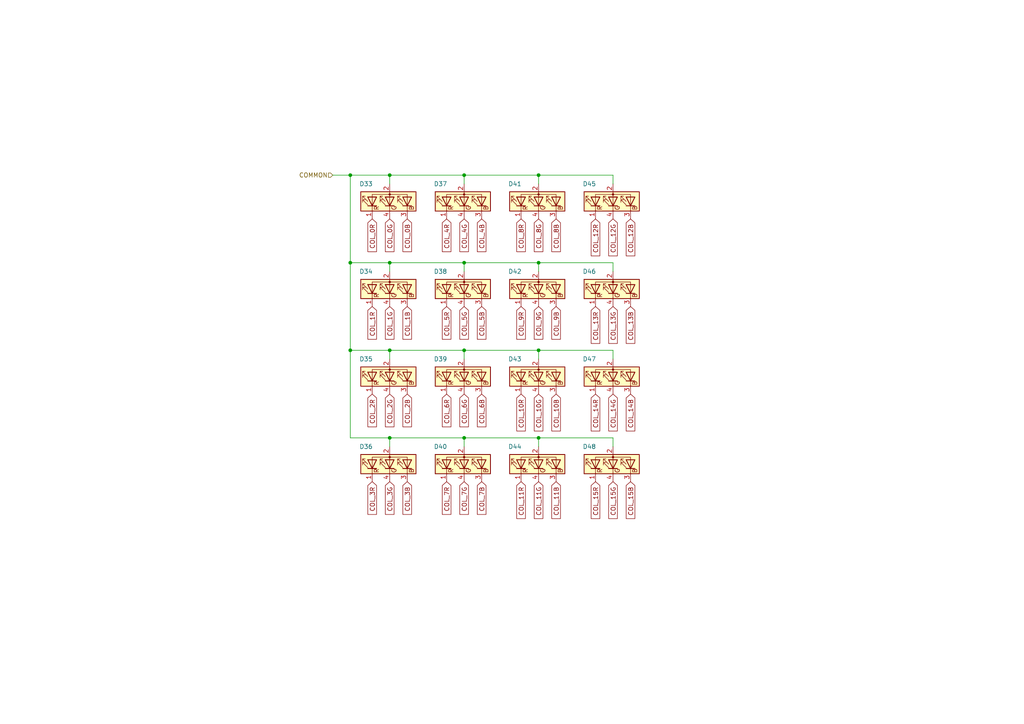
<source format=kicad_sch>
(kicad_sch (version 20210621) (generator eeschema)
  (paper "A4")
  (lib_symbols
    (symbol "Device:LED_RABG" (pin_names (offset 0) hide)
      (property "Reference" "D" (at 0 9.398 0))
      (property "Value" "LED_RABG" (at 0 -8.89 0))
      (symbol "LED_RABG_0_0"
        (text "B" (at -1.905 -6.35 0) (effects (font (size 1.27 1.27))))
        (text "G" (at -1.905 -1.27 0) (effects (font (size 1.27 1.27))))
        (text "R" (at -1.905 3.81 0) (effects (font (size 1.27 1.27))))
      )
      (symbol "LED_RABG_0_1"
        (circle (center 2.032 0) (radius 0.254) (fill (type outline)))
        (rectangle (start 1.27 -1.27) (end 1.27 1.27))
        (rectangle (start 1.27 1.27) (end 1.27 1.27))
        (rectangle (start 1.27 3.81) (end 1.27 6.35))
        (rectangle (start 1.27 6.35) (end 1.27 6.35))
        (rectangle (start 2.794 8.382) (end -2.794 -7.62) (stroke (width 0.254)) (fill (type background)))
        (polyline (pts (xy -1.27 -5.08) (xy -2.54 -5.08)))
        (polyline (pts (xy -1.27 -5.08) (xy 1.27 -5.08)))
        (polyline (pts (xy -1.27 -3.81) (xy -1.27 -6.35)) (stroke (width 0.254)))
        (polyline (pts (xy -1.27 0) (xy -2.54 0)))
        (polyline (pts (xy -1.27 1.27) (xy -1.27 -1.27)) (stroke (width 0.254)))
        (polyline (pts (xy -1.27 5.08) (xy -2.54 5.08)))
        (polyline (pts (xy -1.27 5.08) (xy 1.27 5.08)))
        (polyline (pts (xy -1.27 6.35) (xy -1.27 3.81)) (stroke (width 0.254)))
        (polyline (pts (xy 1.27 0) (xy -1.27 0)))
        (polyline (pts (xy 1.27 0) (xy 2.54 0)))
        (polyline (pts (xy -1.27 1.27) (xy -1.27 -1.27) (xy -1.27 -1.27)))
        (polyline (pts (xy -1.27 6.35) (xy -1.27 3.81) (xy -1.27 3.81)))
        (polyline (pts (xy 1.27 -5.08) (xy 2.032 -5.08) (xy 2.032 5.08) (xy 1.27 5.08)))
        (polyline (pts (xy 1.27 -3.81) (xy 1.27 -6.35) (xy -1.27 -5.08) (xy 1.27 -3.81)) (stroke (width 0.254)))
        (polyline (pts (xy 1.27 1.27) (xy 1.27 -1.27) (xy -1.27 0) (xy 1.27 1.27)) (stroke (width 0.254)))
        (polyline (pts (xy 1.27 6.35) (xy 1.27 3.81) (xy -1.27 5.08) (xy 1.27 6.35)) (stroke (width 0.254)))
        (polyline (pts (xy -1.016 -3.81) (xy 0.508 -2.286) (xy -0.254 -2.286) (xy 0.508 -2.286) (xy 0.508 -3.048)))
        (polyline (pts (xy -1.016 1.27) (xy 0.508 2.794) (xy -0.254 2.794) (xy 0.508 2.794) (xy 0.508 2.032)))
        (polyline (pts (xy -1.016 6.35) (xy 0.508 7.874) (xy -0.254 7.874) (xy 0.508 7.874) (xy 0.508 7.112)))
        (polyline (pts (xy 0 -3.81) (xy 1.524 -2.286) (xy 0.762 -2.286) (xy 1.524 -2.286) (xy 1.524 -3.048)))
        (polyline (pts (xy 0 1.27) (xy 1.524 2.794) (xy 0.762 2.794) (xy 1.524 2.794) (xy 1.524 2.032)))
        (polyline (pts (xy 0 6.35) (xy 1.524 7.874) (xy 0.762 7.874) (xy 1.524 7.874) (xy 1.524 7.112)))
      )
      (symbol "LED_RABG_1_1"
        (pin passive line (at -5.08 5.08 0) (length 2.54) (name "RK") (number "1"))
        (pin passive line (at 5.08 0 180) (length 2.54) (name "A") (number "2"))
        (pin passive line (at -5.08 -5.08 0) (length 2.54) (name "BK") (number "3"))
        (pin passive line (at -5.08 0 0) (length 2.54) (name "GK") (number "4"))
      )
    )
  )
  (junction (at 101.6 50.8) (diameter 0.9144))
  (junction (at 101.6 76.2) (diameter 0.9144))
  (junction (at 101.6 101.6) (diameter 0.9144))
  (junction (at 113.03 50.8) (diameter 0.9144))
  (junction (at 113.03 76.2) (diameter 0.9144))
  (junction (at 113.03 101.6) (diameter 0.9144))
  (junction (at 113.03 127) (diameter 0.9144))
  (junction (at 134.62 50.8) (diameter 0.9144))
  (junction (at 134.62 76.2) (diameter 0.9144))
  (junction (at 134.62 101.6) (diameter 0.9144))
  (junction (at 134.62 127) (diameter 0.9144))
  (junction (at 156.21 50.8) (diameter 0.9144))
  (junction (at 156.21 76.2) (diameter 0.9144))
  (junction (at 156.21 101.6) (diameter 0.9144))
  (junction (at 156.21 127) (diameter 0.9144))
  (wire (pts (xy 96.52 50.8) (xy 101.6 50.8)))
  (wire (pts (xy 101.6 50.8) (xy 101.6 76.2)))
  (wire (pts (xy 101.6 50.8) (xy 113.03 50.8)))
  (wire (pts (xy 101.6 76.2) (xy 101.6 101.6)))
  (wire (pts (xy 101.6 76.2) (xy 113.03 76.2)))
  (wire (pts (xy 101.6 101.6) (xy 101.6 127)))
  (wire (pts (xy 101.6 101.6) (xy 113.03 101.6)))
  (wire (pts (xy 101.6 127) (xy 113.03 127)))
  (wire (pts (xy 113.03 50.8) (xy 113.03 53.34)))
  (wire (pts (xy 113.03 50.8) (xy 134.62 50.8)))
  (wire (pts (xy 113.03 76.2) (xy 113.03 78.74)))
  (wire (pts (xy 113.03 76.2) (xy 134.62 76.2)))
  (wire (pts (xy 113.03 101.6) (xy 113.03 104.14)))
  (wire (pts (xy 113.03 101.6) (xy 134.62 101.6)))
  (wire (pts (xy 113.03 127) (xy 113.03 129.54)))
  (wire (pts (xy 113.03 127) (xy 134.62 127)))
  (wire (pts (xy 134.62 50.8) (xy 134.62 53.34)))
  (wire (pts (xy 134.62 50.8) (xy 156.21 50.8)))
  (wire (pts (xy 134.62 76.2) (xy 134.62 78.74)))
  (wire (pts (xy 134.62 76.2) (xy 156.21 76.2)))
  (wire (pts (xy 134.62 101.6) (xy 134.62 104.14)))
  (wire (pts (xy 134.62 101.6) (xy 156.21 101.6)))
  (wire (pts (xy 134.62 127) (xy 134.62 129.54)))
  (wire (pts (xy 134.62 127) (xy 156.21 127)))
  (wire (pts (xy 156.21 50.8) (xy 156.21 53.34)))
  (wire (pts (xy 156.21 50.8) (xy 177.8 50.8)))
  (wire (pts (xy 156.21 76.2) (xy 156.21 78.74)))
  (wire (pts (xy 156.21 76.2) (xy 177.8 76.2)))
  (wire (pts (xy 156.21 101.6) (xy 156.21 104.14)))
  (wire (pts (xy 156.21 101.6) (xy 177.8 101.6)))
  (wire (pts (xy 156.21 127) (xy 156.21 129.54)))
  (wire (pts (xy 156.21 127) (xy 177.8 127)))
  (wire (pts (xy 177.8 53.34) (xy 177.8 50.8)))
  (wire (pts (xy 177.8 76.2) (xy 177.8 78.74)))
  (wire (pts (xy 177.8 101.6) (xy 177.8 104.14)))
  (wire (pts (xy 177.8 127) (xy 177.8 129.54)))
  (global_label "COL_0R" (shape input) (at 107.95 63.5 270) (property "Intersheet References" "${INTERSHEET_REFS}" (effects hide)))
  (global_label "COL_1R" (shape input) (at 107.95 88.9 270) (property "Intersheet References" "${INTERSHEET_REFS}" (effects hide)))
  (global_label "COL_2R" (shape input) (at 107.95 114.3 270) (property "Intersheet References" "${INTERSHEET_REFS}" (effects hide)))
  (global_label "COL_3R" (shape input) (at 107.95 139.7 270) (property "Intersheet References" "${INTERSHEET_REFS}" (effects hide)))
  (global_label "COL_0G" (shape input) (at 113.03 63.5 270) (property "Intersheet References" "${INTERSHEET_REFS}" (effects hide)))
  (global_label "COL_1G" (shape input) (at 113.03 88.9 270) (property "Intersheet References" "${INTERSHEET_REFS}" (effects hide)))
  (global_label "COL_2G" (shape input) (at 113.03 114.3 270) (property "Intersheet References" "${INTERSHEET_REFS}" (effects hide)))
  (global_label "COL_3G" (shape input) (at 113.03 139.7 270) (property "Intersheet References" "${INTERSHEET_REFS}" (effects hide)))
  (global_label "COL_0B" (shape input) (at 118.11 63.5 270) (property "Intersheet References" "${INTERSHEET_REFS}" (effects hide)))
  (global_label "COL_1B" (shape input) (at 118.11 88.9 270) (property "Intersheet References" "${INTERSHEET_REFS}" (effects hide)))
  (global_label "COL_2B" (shape input) (at 118.11 114.3 270) (property "Intersheet References" "${INTERSHEET_REFS}" (effects hide)))
  (global_label "COL_3B" (shape input) (at 118.11 139.7 270) (property "Intersheet References" "${INTERSHEET_REFS}" (effects hide)))
  (global_label "COL_4R" (shape input) (at 129.54 63.5 270) (property "Intersheet References" "${INTERSHEET_REFS}" (effects hide)))
  (global_label "COL_5R" (shape input) (at 129.54 88.9 270) (property "Intersheet References" "${INTERSHEET_REFS}" (effects hide)))
  (global_label "COL_6R" (shape input) (at 129.54 114.3 270) (property "Intersheet References" "${INTERSHEET_REFS}" (effects hide)))
  (global_label "COL_7R" (shape input) (at 129.54 139.7 270) (property "Intersheet References" "${INTERSHEET_REFS}" (effects hide)))
  (global_label "COL_4G" (shape input) (at 134.62 63.5 270) (property "Intersheet References" "${INTERSHEET_REFS}" (effects hide)))
  (global_label "COL_5G" (shape input) (at 134.62 88.9 270) (property "Intersheet References" "${INTERSHEET_REFS}" (effects hide)))
  (global_label "COL_6G" (shape input) (at 134.62 114.3 270) (property "Intersheet References" "${INTERSHEET_REFS}" (effects hide)))
  (global_label "COL_7G" (shape input) (at 134.62 139.7 270) (property "Intersheet References" "${INTERSHEET_REFS}" (effects hide)))
  (global_label "COL_4B" (shape input) (at 139.7 63.5 270) (property "Intersheet References" "${INTERSHEET_REFS}" (effects hide)))
  (global_label "COL_5B" (shape input) (at 139.7 88.9 270) (property "Intersheet References" "${INTERSHEET_REFS}" (effects hide)))
  (global_label "COL_6B" (shape input) (at 139.7 114.3 270) (property "Intersheet References" "${INTERSHEET_REFS}" (effects hide)))
  (global_label "COL_7B" (shape input) (at 139.7 139.7 270) (property "Intersheet References" "${INTERSHEET_REFS}" (effects hide)))
  (global_label "COL_8R" (shape input) (at 151.13 63.5 270) (property "Intersheet References" "${INTERSHEET_REFS}" (effects hide)))
  (global_label "COL_9R" (shape input) (at 151.13 88.9 270) (property "Intersheet References" "${INTERSHEET_REFS}" (effects hide)))
  (global_label "COL_10R" (shape input) (at 151.13 114.3 270) (property "Intersheet References" "${INTERSHEET_REFS}" (effects hide)))
  (global_label "COL_11R" (shape input) (at 151.13 139.7 270) (property "Intersheet References" "${INTERSHEET_REFS}" (effects hide)))
  (global_label "COL_8G" (shape input) (at 156.21 63.5 270) (property "Intersheet References" "${INTERSHEET_REFS}" (effects hide)))
  (global_label "COL_9G" (shape input) (at 156.21 88.9 270) (property "Intersheet References" "${INTERSHEET_REFS}" (effects hide)))
  (global_label "COL_10G" (shape input) (at 156.21 114.3 270) (property "Intersheet References" "${INTERSHEET_REFS}" (effects hide)))
  (global_label "COL_11G" (shape input) (at 156.21 139.7 270) (property "Intersheet References" "${INTERSHEET_REFS}" (effects hide)))
  (global_label "COL_8B" (shape input) (at 161.29 63.5 270) (property "Intersheet References" "${INTERSHEET_REFS}" (effects hide)))
  (global_label "COL_9B" (shape input) (at 161.29 88.9 270) (property "Intersheet References" "${INTERSHEET_REFS}" (effects hide)))
  (global_label "COL_10B" (shape input) (at 161.29 114.3 270) (property "Intersheet References" "${INTERSHEET_REFS}" (effects hide)))
  (global_label "COL_11B" (shape input) (at 161.29 139.7 270) (property "Intersheet References" "${INTERSHEET_REFS}" (effects hide)))
  (global_label "COL_12R" (shape input) (at 172.72 63.5 270) (property "Intersheet References" "${INTERSHEET_REFS}" (effects hide)))
  (global_label "COL_13R" (shape input) (at 172.72 88.9 270) (property "Intersheet References" "${INTERSHEET_REFS}" (effects hide)))
  (global_label "COL_14R" (shape input) (at 172.72 114.3 270) (property "Intersheet References" "${INTERSHEET_REFS}" (effects hide)))
  (global_label "COL_15R" (shape input) (at 172.72 139.7 270) (property "Intersheet References" "${INTERSHEET_REFS}" (effects hide)))
  (global_label "COL_12G" (shape input) (at 177.8 63.5 270) (property "Intersheet References" "${INTERSHEET_REFS}" (effects hide)))
  (global_label "COL_13G" (shape input) (at 177.8 88.9 270) (property "Intersheet References" "${INTERSHEET_REFS}" (effects hide)))
  (global_label "COL_14G" (shape input) (at 177.8 114.3 270) (property "Intersheet References" "${INTERSHEET_REFS}" (effects hide)))
  (global_label "COL_15G" (shape input) (at 177.8 139.7 270) (property "Intersheet References" "${INTERSHEET_REFS}" (effects hide)))
  (global_label "COL_12B" (shape input) (at 182.88 63.5 270) (property "Intersheet References" "${INTERSHEET_REFS}" (effects hide)))
  (global_label "COL_13B" (shape input) (at 182.88 88.9 270) (property "Intersheet References" "${INTERSHEET_REFS}" (effects hide)))
  (global_label "COL_14B" (shape input) (at 182.88 114.3 270) (property "Intersheet References" "${INTERSHEET_REFS}" (effects hide)))
  (global_label "COL_15B" (shape input) (at 182.88 139.7 270) (property "Intersheet References" "${INTERSHEET_REFS}" (effects hide)))
  (hierarchical_label "COMMON" (shape input) (at 96.52 50.8 180))
  (symbol (lib_id "Device:LED_RABG") (at 113.03 58.42 90)
    (property "Reference" "D33" (at 106.172 53.34 90))
    (property "Value" "LED_RABG" (effects hide))
    (property "Footprint" "panel:MHPA1515RGBDT" (effects hide))
    (property "MPN" "MHPA1515RGBDT" (effects hide))
  )
  (symbol (lib_id "Device:LED_RABG") (at 113.03 83.82 90)
    (property "Reference" "D34" (at 106.172 78.74 90))
    (property "Value" "LED_RABG" (effects hide))
    (property "Footprint" "panel:MHPA1515RGBDT" (effects hide))
    (property "MPN" "MHPA1515RGBDT" (effects hide))
  )
  (symbol (lib_id "Device:LED_RABG") (at 113.03 109.22 90)
    (property "Reference" "D35" (at 106.172 104.14 90))
    (property "Value" "LED_RABG" (effects hide))
    (property "Footprint" "panel:MHPA1515RGBDT" (effects hide))
    (property "MPN" "MHPA1515RGBDT" (effects hide))
  )
  (symbol (lib_id "Device:LED_RABG") (at 113.03 134.62 90)
    (property "Reference" "D36" (at 106.172 129.54 90))
    (property "Value" "LED_RABG" (effects hide))
    (property "Footprint" "panel:MHPA1515RGBDT" (effects hide))
    (property "MPN" "MHPA1515RGBDT" (effects hide))
  )
  (symbol (lib_id "Device:LED_RABG") (at 134.62 58.42 90)
    (property "Reference" "D37" (at 127.762 53.34 90))
    (property "Value" "LED_RABG" (effects hide))
    (property "Footprint" "panel:MHPA1515RGBDT" (effects hide))
    (property "MPN" "MHPA1515RGBDT" (effects hide))
  )
  (symbol (lib_id "Device:LED_RABG") (at 134.62 83.82 90)
    (property "Reference" "D38" (at 127.762 78.74 90))
    (property "Value" "LED_RABG" (effects hide))
    (property "Footprint" "panel:MHPA1515RGBDT" (effects hide))
    (property "MPN" "MHPA1515RGBDT" (effects hide))
  )
  (symbol (lib_id "Device:LED_RABG") (at 134.62 109.22 90)
    (property "Reference" "D39" (at 127.762 104.14 90))
    (property "Value" "LED_RABG" (effects hide))
    (property "Footprint" "panel:MHPA1515RGBDT" (effects hide))
    (property "MPN" "MHPA1515RGBDT" (effects hide))
  )
  (symbol (lib_id "Device:LED_RABG") (at 134.62 134.62 90)
    (property "Reference" "D40" (at 127.762 129.54 90))
    (property "Value" "LED_RABG" (effects hide))
    (property "Footprint" "panel:MHPA1515RGBDT" (effects hide))
    (property "MPN" "MHPA1515RGBDT" (effects hide))
  )
  (symbol (lib_id "Device:LED_RABG") (at 156.21 58.42 90)
    (property "Reference" "D41" (at 149.352 53.34 90))
    (property "Value" "LED_RABG" (effects hide))
    (property "Footprint" "panel:MHPA1515RGBDT" (effects hide))
    (property "MPN" "MHPA1515RGBDT" (effects hide))
  )
  (symbol (lib_id "Device:LED_RABG") (at 156.21 83.82 90)
    (property "Reference" "D42" (at 149.352 78.74 90))
    (property "Value" "LED_RABG" (effects hide))
    (property "Footprint" "panel:MHPA1515RGBDT" (effects hide))
    (property "MPN" "MHPA1515RGBDT" (effects hide))
  )
  (symbol (lib_id "Device:LED_RABG") (at 156.21 109.22 90)
    (property "Reference" "D43" (at 149.352 104.14 90))
    (property "Value" "LED_RABG" (effects hide))
    (property "Footprint" "panel:MHPA1515RGBDT" (effects hide))
    (property "MPN" "MHPA1515RGBDT" (effects hide))
  )
  (symbol (lib_id "Device:LED_RABG") (at 156.21 134.62 90)
    (property "Reference" "D44" (at 149.352 129.54 90))
    (property "Value" "LED_RABG" (effects hide))
    (property "Footprint" "panel:MHPA1515RGBDT" (effects hide))
    (property "MPN" "MHPA1515RGBDT" (effects hide))
  )
  (symbol (lib_id "Device:LED_RABG") (at 177.8 58.42 90)
    (property "Reference" "D45" (at 170.942 53.34 90))
    (property "Value" "LED_RABG" (effects hide))
    (property "Footprint" "panel:MHPA1515RGBDT" (effects hide))
    (property "MPN" "MHPA1515RGBDT" (effects hide))
  )
  (symbol (lib_id "Device:LED_RABG") (at 177.8 83.82 90)
    (property "Reference" "D46" (at 170.942 78.74 90))
    (property "Value" "LED_RABG" (effects hide))
    (property "Footprint" "panel:MHPA1515RGBDT" (effects hide))
    (property "MPN" "MHPA1515RGBDT" (effects hide))
  )
  (symbol (lib_id "Device:LED_RABG") (at 177.8 109.22 90)
    (property "Reference" "D47" (at 170.942 104.14 90))
    (property "Value" "LED_RABG" (effects hide))
    (property "Footprint" "panel:MHPA1515RGBDT" (effects hide))
    (property "MPN" "MHPA1515RGBDT" (effects hide))
  )
  (symbol (lib_id "Device:LED_RABG") (at 177.8 134.62 90)
    (property "Reference" "D48" (at 170.942 129.54 90))
    (property "Value" "LED_RABG" (effects hide))
    (property "Footprint" "panel:MHPA1515RGBDT" (effects hide))
    (property "MPN" "MHPA1515RGBDT" (effects hide))
  )
)
</source>
